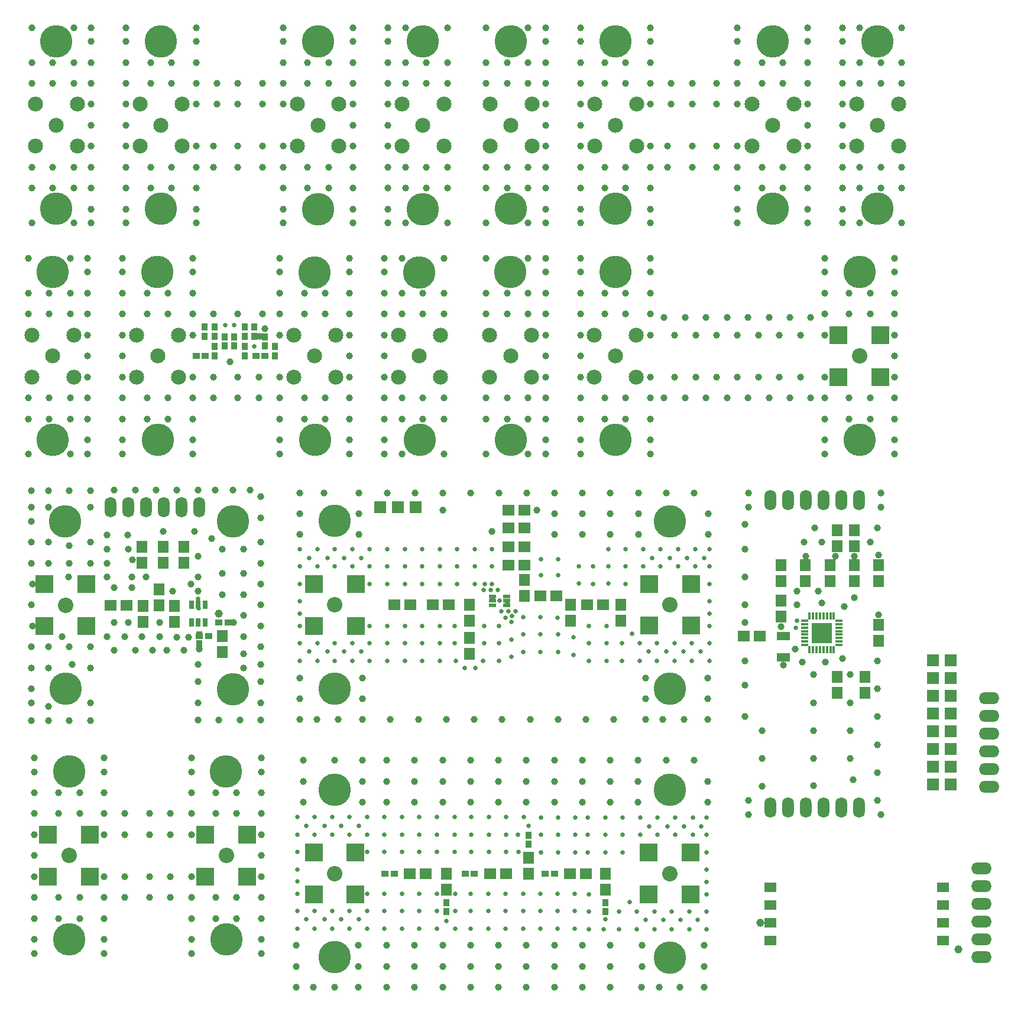
<source format=gbr>
G04 DesignSpark PCB Gerber Version 9.0 Build 5115 *
G04 #@! TF.Part,Single*
G04 #@! TF.FileFunction,Soldermask,Top *
G04 #@! TF.FilePolarity,Negative *
%FSLAX35Y35*%
%MOIN*%
G04 #@! TA.AperFunction,ComponentPad*
%ADD94O,0.06600X0.11600*%
G04 #@! TA.AperFunction,SMDPad,CuDef*
%ADD98R,0.01781X0.03946*%
%ADD96R,0.02765X0.04734*%
%ADD90R,0.03400X0.04100*%
%ADD92R,0.06100X0.06600*%
G04 #@! TA.AperFunction,ComponentPad*
%ADD101R,0.06600X0.06600*%
G04 #@! TA.AperFunction,SMDPad,CuDef*
%ADD99R,0.11624X0.11624*%
G04 #@! TA.AperFunction,ViaPad*
%ADD84C,0.02569*%
%ADD83C,0.03946*%
%ADD85C,0.04600*%
G04 #@! TA.AperFunction,ComponentPad*
%ADD103O,0.11600X0.06600*%
G04 #@! TA.AperFunction,SMDPad,CuDef*
%ADD97R,0.03946X0.01781*%
%ADD100R,0.04340X0.02175*%
%ADD91R,0.04100X0.03400*%
%ADD95R,0.07687X0.05128*%
%ADD102R,0.06506X0.05718*%
%ADD93R,0.06600X0.06100*%
G04 #@! TA.AperFunction,ComponentPad*
%ADD89C,0.08474*%
G04 #@! TA.AperFunction,SMDPad,CuDef*
%ADD86C,0.08671*%
%ADD87R,0.10443X0.10443*%
G04 #@! TA.AperFunction,ComponentPad*
%ADD88C,0.18317*%
X0Y0D02*
D02*
D83*
X13906Y307480D03*
Y327165D03*
Y338976D03*
Y386220D03*
Y398031D03*
Y417717D03*
X15402Y156850D03*
Y167087D03*
Y174961D03*
Y186772D03*
Y198583D03*
Y222205D03*
Y245827D03*
Y257638D03*
Y269449D03*
Y277323D03*
Y286772D03*
X15874Y437598D03*
Y457283D03*
Y469094D03*
Y516339D03*
Y528150D03*
Y547835D03*
X16189Y210394D03*
Y234016D03*
X17173Y25787D03*
Y33661D03*
Y45472D03*
Y57283D03*
Y69094D03*
Y80906D03*
Y92717D03*
Y104528D03*
Y116339D03*
Y128150D03*
Y136024D03*
X22882Y210000D03*
X23276Y234409D03*
X24417Y70551D03*
Y94173D03*
X25244Y156850D03*
Y165118D03*
Y186772D03*
Y198583D03*
Y245827D03*
Y257638D03*
Y277323D03*
Y286772D03*
X25717Y327165D03*
Y338976D03*
Y386220D03*
Y398031D03*
X27685Y457283D03*
Y469094D03*
Y516339D03*
Y528150D03*
X30953Y45472D03*
Y57283D03*
Y104528D03*
Y116339D03*
X32724Y204488D03*
X36661Y237953D03*
X37055Y156850D03*
Y198583D03*
Y245827D03*
Y255669D03*
Y286772D03*
X37528Y307480D03*
Y327165D03*
Y338976D03*
Y386220D03*
Y398031D03*
Y417717D03*
X38630Y188740D03*
X39496Y437598D03*
Y457283D03*
Y469094D03*
Y516339D03*
Y528150D03*
Y547835D03*
X42764Y45472D03*
Y57283D03*
Y104528D03*
Y116339D03*
X46504Y234016D03*
X46898Y210394D03*
X47370Y307480D03*
Y315354D03*
Y327165D03*
Y338976D03*
Y350787D03*
Y362598D03*
Y374409D03*
Y386220D03*
Y398031D03*
Y409843D03*
Y417717D03*
X48039Y70551D03*
Y94173D03*
X48866Y156850D03*
Y167087D03*
Y186772D03*
Y198583D03*
Y245827D03*
Y257638D03*
Y277323D03*
Y286772D03*
X49339Y437598D03*
Y445472D03*
Y457283D03*
Y469094D03*
Y480906D03*
Y492717D03*
Y504528D03*
Y516339D03*
Y528150D03*
Y539961D03*
Y547835D03*
X56543Y25787D03*
Y33661D03*
Y45472D03*
Y57283D03*
Y69094D03*
Y92717D03*
Y104528D03*
Y116339D03*
Y128150D03*
Y136024D03*
X58315Y204488D03*
Y237953D03*
Y245827D03*
Y253701D03*
Y261575D03*
X62252Y196614D03*
Y212362D03*
Y232047D03*
Y287165D03*
X67055Y307480D03*
Y315354D03*
Y327165D03*
Y338976D03*
Y350787D03*
Y362598D03*
Y374409D03*
Y386220D03*
Y398031D03*
Y409843D03*
Y417717D03*
X68157Y204488D03*
X68354Y57283D03*
Y69094D03*
Y92717D03*
Y104528D03*
X69024Y437598D03*
Y445472D03*
Y457283D03*
Y469094D03*
Y480906D03*
Y492717D03*
Y504528D03*
Y516339D03*
Y528150D03*
Y539961D03*
Y547835D03*
X69732Y261575D03*
X70126Y212362D03*
Y253701D03*
X72094Y232047D03*
Y237953D03*
X72488Y247795D03*
X74063Y196614D03*
Y287165D03*
X78000Y204488D03*
Y212362D03*
X80362Y237953D03*
X80835Y327165D03*
Y338976D03*
Y386220D03*
Y398031D03*
X82134Y57283D03*
Y69094D03*
Y92717D03*
Y104528D03*
X82803Y457283D03*
Y469094D03*
Y516339D03*
Y528150D03*
X83906Y196614D03*
X85874Y287165D03*
X87843Y204488D03*
Y212362D03*
Y232047D03*
X89811Y263543D03*
X91780Y196614D03*
X92646Y327165D03*
Y338976D03*
Y386220D03*
Y398031D03*
X93945Y57283D03*
Y69094D03*
Y92717D03*
Y104528D03*
X94614Y457283D03*
Y469094D03*
Y516339D03*
Y528150D03*
X95323Y230079D03*
X97685Y204094D03*
Y287165D03*
X101622Y196614D03*
X104378Y204094D03*
X105559Y234016D03*
X105756Y25787D03*
Y33661D03*
Y45472D03*
Y57283D03*
Y69094D03*
Y92717D03*
Y104528D03*
Y116339D03*
Y128150D03*
Y136024D03*
X106425Y307480D03*
Y315354D03*
Y327165D03*
Y338976D03*
Y350787D03*
Y374409D03*
Y386220D03*
Y398031D03*
Y409843D03*
Y417717D03*
X107528Y263543D03*
X108394Y437598D03*
Y445472D03*
Y457283D03*
Y469094D03*
Y480906D03*
Y504528D03*
Y516339D03*
Y528150D03*
Y539961D03*
Y547835D03*
X109496Y157244D03*
Y167087D03*
Y178898D03*
Y188740D03*
Y230079D03*
Y237953D03*
Y249764D03*
Y287165D03*
X110087Y197244D03*
X113709Y69094D03*
X114496Y92717D03*
X117370Y259606D03*
X118236Y338976D03*
Y350787D03*
Y386220D03*
Y469094D03*
Y480906D03*
X119339Y287165D03*
X119535Y45472D03*
Y57283D03*
Y104528D03*
Y116339D03*
X120205Y504528D03*
Y516339D03*
X121307Y157244D03*
X123079Y195433D03*
X123276Y228110D03*
Y239921D03*
Y253701D03*
X127685Y359449D03*
X129181Y287165D03*
X129654Y212272D03*
X131346Y45472D03*
Y57283D03*
Y104528D03*
Y116339D03*
X132016Y338976D03*
Y350787D03*
Y386220D03*
Y469094D03*
Y480906D03*
Y504528D03*
Y516339D03*
X133118Y157244D03*
X135087Y186772D03*
Y194646D03*
Y204488D03*
Y216299D03*
Y228110D03*
Y239921D03*
Y253701D03*
X137331Y69094D03*
Y92717D03*
X139024Y287165D03*
X143827Y338976D03*
Y350787D03*
X144220Y373819D03*
X144929Y157244D03*
Y167087D03*
Y178898D03*
Y188740D03*
Y198583D03*
Y210394D03*
Y222205D03*
Y234016D03*
Y245827D03*
Y257638D03*
Y271417D03*
Y283228D03*
X145126Y25787D03*
Y33661D03*
Y45472D03*
Y57283D03*
Y69094D03*
Y80906D03*
Y92717D03*
Y104528D03*
Y116339D03*
Y128150D03*
Y136024D03*
X145795Y386220D03*
Y469094D03*
Y480906D03*
Y504528D03*
Y516339D03*
X147370Y377953D03*
X155638Y307480D03*
Y315354D03*
Y327165D03*
Y338976D03*
Y350787D03*
Y374409D03*
Y386220D03*
Y398031D03*
Y409843D03*
Y417717D03*
X157606Y437598D03*
Y445472D03*
Y457283D03*
Y469094D03*
Y480906D03*
Y504528D03*
Y516339D03*
Y528150D03*
Y539961D03*
Y547835D03*
X164929Y6614D03*
Y18425D03*
Y30236D03*
X167016Y157520D03*
Y169331D03*
Y181142D03*
Y261850D03*
Y273661D03*
Y285472D03*
X168866Y110945D03*
Y122756D03*
Y134567D03*
X169417Y327165D03*
Y338976D03*
Y386220D03*
Y398031D03*
X171386Y457283D03*
Y469094D03*
Y516339D03*
Y528150D03*
X174614Y6614D03*
X174732Y210630D03*
Y234252D03*
X174969Y58819D03*
Y82441D03*
X176701Y157520D03*
X180638Y285472D03*
X181228Y327165D03*
Y338976D03*
Y386220D03*
Y398031D03*
X183197Y457283D03*
Y469094D03*
Y516339D03*
Y528150D03*
X186425Y6614D03*
Y134567D03*
X188512Y157520D03*
X195008Y307480D03*
Y315354D03*
Y327165D03*
Y338976D03*
Y350787D03*
Y362598D03*
Y374409D03*
Y386220D03*
Y398031D03*
Y409843D03*
Y417717D03*
X196976Y437598D03*
Y445472D03*
Y457283D03*
Y469094D03*
Y480906D03*
Y492717D03*
Y504528D03*
Y516339D03*
Y528150D03*
Y539961D03*
Y547835D03*
X198354Y234252D03*
X198591Y58819D03*
Y82835D03*
X198748Y210630D03*
X200047Y6614D03*
Y18425D03*
Y30236D03*
X200323Y261850D03*
Y273661D03*
Y285472D03*
X202134Y157520D03*
Y169331D03*
Y181142D03*
X202173Y110945D03*
Y122756D03*
Y134567D03*
X214693Y307480D03*
Y315354D03*
Y327165D03*
Y338976D03*
Y350787D03*
Y362598D03*
Y374409D03*
Y386220D03*
Y398031D03*
Y409843D03*
Y417717D03*
X215953Y6614D03*
Y18425D03*
Y30236D03*
Y110945D03*
Y122756D03*
Y134567D03*
X216071Y285472D03*
X216661Y437598D03*
Y445472D03*
Y457283D03*
Y469094D03*
Y480906D03*
Y492717D03*
Y504528D03*
Y516339D03*
Y528150D03*
Y539961D03*
Y547835D03*
X218039Y157520D03*
X224535Y307480D03*
Y327165D03*
Y338976D03*
Y386220D03*
Y398031D03*
Y417717D03*
X226504Y437598D03*
Y457283D03*
Y469094D03*
Y516339D03*
Y528150D03*
Y547835D03*
X231701Y6614D03*
Y18425D03*
Y30236D03*
Y110945D03*
Y122756D03*
Y134567D03*
X231819Y285472D03*
X233787Y157520D03*
X236346Y327165D03*
Y338976D03*
Y386220D03*
Y398031D03*
X238315Y457283D03*
Y469094D03*
Y516339D03*
Y528150D03*
X247449Y6614D03*
Y18425D03*
Y30236D03*
Y110945D03*
Y122756D03*
Y134567D03*
X247567Y275630D03*
Y285472D03*
X248157Y307480D03*
Y327165D03*
Y338976D03*
Y386220D03*
Y398031D03*
Y417717D03*
X249535Y157520D03*
X250126Y437598D03*
Y457283D03*
Y469094D03*
Y516339D03*
Y528150D03*
Y547835D03*
X262921Y194882D03*
X263197Y6614D03*
Y18425D03*
Y30236D03*
Y110945D03*
Y122756D03*
Y134567D03*
X263315Y285472D03*
X265283Y157520D03*
X271976Y307480D03*
Y327165D03*
Y338976D03*
Y386220D03*
Y398031D03*
Y417717D03*
Y437598D03*
Y457283D03*
Y469094D03*
Y516339D03*
Y528150D03*
Y547835D03*
X275126Y263819D03*
X278945Y6614D03*
Y18425D03*
Y30236D03*
Y110945D03*
Y122756D03*
Y134567D03*
X279063Y285472D03*
X281031Y157520D03*
X283787Y327165D03*
Y338976D03*
Y386220D03*
Y398031D03*
Y457283D03*
Y469094D03*
Y516339D03*
Y528150D03*
X284575Y244488D03*
Y255118D03*
X293630Y275984D03*
X294693Y6614D03*
Y18425D03*
Y30236D03*
Y110945D03*
Y122756D03*
Y134567D03*
X294811Y285472D03*
X295598Y307480D03*
Y327165D03*
Y338976D03*
Y386220D03*
Y398031D03*
Y417717D03*
Y437598D03*
Y457283D03*
Y469094D03*
Y516339D03*
Y528150D03*
Y547835D03*
X296780Y157520D03*
X300717Y275630D03*
X305441Y307480D03*
Y315354D03*
Y327165D03*
Y338976D03*
Y350787D03*
Y362598D03*
Y374409D03*
Y386220D03*
Y398031D03*
Y409843D03*
Y417717D03*
Y437598D03*
Y445472D03*
Y457283D03*
Y469094D03*
Y480906D03*
Y492717D03*
Y504528D03*
Y516339D03*
Y528150D03*
Y539961D03*
Y547835D03*
X310441Y6614D03*
Y18425D03*
Y30236D03*
Y110945D03*
Y122756D03*
Y134567D03*
X310559Y261850D03*
Y273661D03*
Y285472D03*
X312528Y157520D03*
X320008Y213386D03*
X325126Y307480D03*
Y315354D03*
Y327165D03*
Y338976D03*
Y350787D03*
Y362598D03*
Y374409D03*
Y386220D03*
Y398031D03*
Y409843D03*
Y417717D03*
Y437598D03*
Y445472D03*
Y457283D03*
Y469094D03*
Y480906D03*
Y492717D03*
Y504528D03*
Y516339D03*
Y528150D03*
Y539961D03*
Y547835D03*
X326189Y6614D03*
Y18425D03*
Y30236D03*
Y110945D03*
Y122756D03*
Y134567D03*
X326307Y261850D03*
Y273661D03*
Y285472D03*
X328276Y157520D03*
X338906Y327165D03*
Y338976D03*
Y386220D03*
Y398031D03*
Y457283D03*
Y469094D03*
Y516339D03*
Y528150D03*
X341937Y6614D03*
Y18425D03*
Y30236D03*
Y110945D03*
Y122756D03*
Y134567D03*
X342055Y261850D03*
Y273661D03*
Y285472D03*
X344024Y157520D03*
X347961Y212992D03*
X350717Y327165D03*
Y338976D03*
Y386220D03*
Y398031D03*
Y457283D03*
Y469094D03*
Y516339D03*
Y528150D03*
X357685Y110945D03*
Y122756D03*
Y134567D03*
X357803Y261850D03*
Y273661D03*
Y285472D03*
X359654Y6614D03*
X359811Y18425D03*
Y30236D03*
X361740Y157520D03*
X361898Y169331D03*
Y181142D03*
X363709Y234252D03*
X363945Y58425D03*
Y82835D03*
X364102Y210630D03*
X364496Y307480D03*
Y315354D03*
Y327165D03*
Y338976D03*
Y350787D03*
Y374409D03*
Y386220D03*
Y398031D03*
Y409843D03*
Y417717D03*
Y437598D03*
Y445472D03*
Y457283D03*
Y469094D03*
Y480906D03*
Y504528D03*
Y516339D03*
Y528150D03*
Y539961D03*
Y547835D03*
X369496Y6614D03*
X371583Y157520D03*
X372370Y338976D03*
Y384252D03*
X373433Y134567D03*
X373551Y285472D03*
X374339Y469094D03*
Y480906D03*
X376307Y504528D03*
Y516339D03*
X378276Y350787D03*
Y374409D03*
X381307Y6614D03*
X383394Y157520D03*
X384181Y338976D03*
Y384252D03*
X387173Y58819D03*
Y82835D03*
X387331Y210630D03*
X387724Y234646D03*
X388118Y469094D03*
Y480906D03*
Y504528D03*
Y516339D03*
X389181Y134567D03*
X389299Y285472D03*
X390087Y350787D03*
Y374409D03*
X394929Y6614D03*
Y18425D03*
Y30236D03*
X395992Y338976D03*
Y384252D03*
X397016Y157520D03*
Y169331D03*
Y181142D03*
X397055Y110945D03*
Y122756D03*
X397173Y261850D03*
Y273661D03*
X401898Y350787D03*
Y374409D03*
Y469094D03*
Y480906D03*
Y504528D03*
Y516339D03*
X407803Y338976D03*
Y384252D03*
X413709Y350787D03*
Y374409D03*
Y437598D03*
Y445472D03*
Y457283D03*
Y469094D03*
Y480906D03*
Y504528D03*
Y516339D03*
Y528150D03*
Y539961D03*
Y547835D03*
X417843Y159252D03*
Y176969D03*
Y190748D03*
Y212402D03*
Y222244D03*
Y237992D03*
Y253740D03*
Y267520D03*
X419614Y338976D03*
Y384252D03*
X419811Y104134D03*
Y112008D03*
Y277362D03*
Y285236D03*
X425520Y350787D03*
Y374409D03*
X427488Y457283D03*
Y469094D03*
Y516339D03*
Y528150D03*
X427685Y119882D03*
Y135630D03*
Y151378D03*
X431425Y338976D03*
Y384252D03*
X437331Y350787D03*
Y374409D03*
X438315Y210039D03*
X439299Y457283D03*
Y469094D03*
Y516339D03*
Y528150D03*
X439496Y188386D03*
X443236Y338976D03*
Y384252D03*
X446189Y197441D03*
X447370Y222244D03*
Y230118D03*
X449142Y350787D03*
Y374409D03*
X450126Y189961D03*
X451307Y257677D03*
X452094Y249803D03*
X453079Y437598D03*
Y445472D03*
Y457283D03*
Y469094D03*
Y480906D03*
Y492717D03*
Y504528D03*
Y516339D03*
Y528150D03*
Y539961D03*
Y547835D03*
X455047Y338976D03*
Y384252D03*
X456425Y120276D03*
Y135630D03*
Y151378D03*
Y167126D03*
Y182874D03*
X457213Y265551D03*
X459181Y230118D03*
X461150Y223425D03*
Y257677D03*
X462921Y307480D03*
Y315354D03*
Y327165D03*
Y338976D03*
Y350787D03*
Y374409D03*
Y386220D03*
Y398031D03*
Y409843D03*
Y417717D03*
X463118Y189961D03*
X469024Y249803D03*
X470598Y350787D03*
Y374409D03*
X472764Y437598D03*
Y445472D03*
Y457283D03*
Y469094D03*
Y480906D03*
Y492717D03*
Y504528D03*
Y516339D03*
Y528150D03*
Y539961D03*
Y547835D03*
X472961Y191929D03*
X473748Y221260D03*
X476701Y327165D03*
Y338976D03*
Y386220D03*
Y398031D03*
X477291Y135630D03*
Y151378D03*
Y167126D03*
Y182874D03*
X478866Y123819D03*
X479575Y249803D03*
X479654Y226378D03*
X482606Y437598D03*
Y457283D03*
Y469094D03*
Y516339D03*
Y528150D03*
Y547835D03*
X488512Y327165D03*
Y338976D03*
Y386220D03*
Y398031D03*
X488709Y257677D03*
X492646Y112008D03*
Y127756D03*
Y143504D03*
Y159252D03*
Y175000D03*
Y190748D03*
Y265551D03*
X493354Y216732D03*
Y250197D03*
X494220Y374409D03*
X494417Y350984D03*
Y457283D03*
Y469094D03*
Y516339D03*
Y528150D03*
X494614Y104134D03*
Y277362D03*
Y285236D03*
X502291Y307480D03*
Y315354D03*
Y327165D03*
Y338976D03*
Y350787D03*
Y362598D03*
Y374409D03*
Y386220D03*
Y398031D03*
Y409843D03*
Y417717D03*
X506228Y437598D03*
Y457283D03*
Y469094D03*
Y516339D03*
Y528150D03*
Y547835D03*
D02*
D84*
X109575Y225748D03*
X109890Y220236D03*
X113118Y373425D03*
X124929Y380118D03*
X130047D03*
X141071Y367913D03*
Y373425D03*
X147370D03*
X165480Y39685D03*
Y49528D03*
Y59370D03*
Y66260D03*
Y73150D03*
Y82992D03*
Y92835D03*
Y102677D03*
X167016Y190748D03*
Y200591D03*
Y210433D03*
Y217323D03*
Y224213D03*
Y234055D03*
Y243898D03*
Y253740D03*
X170717Y44843D03*
Y97638D03*
X172252Y195906D03*
Y248701D03*
X175323Y39685D03*
Y49528D03*
Y92835D03*
Y102677D03*
X176858Y190748D03*
Y200591D03*
Y243898D03*
Y253740D03*
X180874Y44843D03*
Y97638D03*
X182409Y195906D03*
Y248701D03*
X185165Y39685D03*
Y49528D03*
Y92835D03*
Y102677D03*
X186701Y190748D03*
Y200591D03*
Y243898D03*
Y253740D03*
X190362Y44843D03*
Y97638D03*
X191898Y195906D03*
Y248701D03*
X195008Y39685D03*
Y49528D03*
Y92835D03*
Y102677D03*
X196543Y190748D03*
Y200591D03*
Y243898D03*
Y253740D03*
X200165Y44843D03*
Y97638D03*
X201701Y195906D03*
Y248701D03*
X204850Y39685D03*
Y49528D03*
Y59370D03*
Y82992D03*
Y92835D03*
Y102677D03*
X206386Y190748D03*
Y200591D03*
Y210433D03*
Y234055D03*
Y243898D03*
Y253740D03*
X214693Y39685D03*
Y49528D03*
Y59370D03*
Y82992D03*
Y92835D03*
Y102677D03*
X216228Y190748D03*
Y200591D03*
Y210433D03*
Y234055D03*
Y243898D03*
Y253740D03*
X224535Y39685D03*
Y49528D03*
Y59370D03*
Y82992D03*
Y92835D03*
Y102677D03*
X226071Y190748D03*
Y200591D03*
Y210433D03*
Y234055D03*
Y243898D03*
Y253740D03*
X234378Y39685D03*
Y49528D03*
Y59370D03*
Y82992D03*
Y92835D03*
Y102677D03*
X235913Y190748D03*
Y200591D03*
Y210433D03*
Y234055D03*
Y243898D03*
Y253740D03*
X244220Y39685D03*
Y49528D03*
Y59370D03*
Y82992D03*
Y92835D03*
Y102677D03*
X245756Y190748D03*
Y200591D03*
Y210433D03*
Y234055D03*
Y243898D03*
Y253740D03*
X249614Y44173D03*
Y49370D03*
X254063Y82992D03*
Y92835D03*
Y102677D03*
X254378Y200591D03*
Y210433D03*
X254614Y39685D03*
Y49528D03*
Y59370D03*
X254811Y190748D03*
X255598Y234055D03*
Y243898D03*
Y253740D03*
X259811Y186654D03*
X263236Y39685D03*
Y49528D03*
Y59370D03*
X263669Y82992D03*
Y92835D03*
Y102677D03*
X265441Y234055D03*
Y243898D03*
Y253740D03*
X265953Y186654D03*
X270323Y190748D03*
X270638Y230512D03*
X270756Y200591D03*
Y210433D03*
X271346Y234055D03*
X273079Y39685D03*
Y49528D03*
Y59370D03*
X273512Y82992D03*
Y92835D03*
Y102677D03*
X274575Y230512D03*
X275283Y234055D03*
Y243898D03*
Y253740D03*
X275520Y225984D03*
X278512Y230551D03*
X279378Y190748D03*
Y200591D03*
Y210433D03*
X279535Y224606D03*
X280559Y218701D03*
X282803Y215000D03*
X282921Y39685D03*
Y49528D03*
Y59370D03*
X283354Y82992D03*
Y92835D03*
Y102677D03*
X283787Y223228D03*
X284496Y218701D03*
X286307Y192992D03*
Y202835D03*
Y212677D03*
X286583Y216142D03*
X288433Y218740D03*
X289969Y92835D03*
X290165Y82992D03*
X292764Y39685D03*
Y49528D03*
Y59370D03*
X292843Y195709D03*
Y205551D03*
Y215394D03*
X293197Y102677D03*
X295913Y92677D03*
Y97520D03*
X302606Y39685D03*
Y49528D03*
Y59370D03*
X302685Y195709D03*
Y205551D03*
Y215394D03*
X302764Y239016D03*
Y248071D03*
X302843Y82795D03*
Y92638D03*
Y102480D03*
X312094Y214843D03*
X312213Y39685D03*
Y49528D03*
Y59370D03*
X312449Y82795D03*
Y92638D03*
Y102480D03*
X312528Y195709D03*
Y205551D03*
X312606Y239016D03*
Y248071D03*
X321189Y194134D03*
Y203976D03*
X322055Y39685D03*
Y49528D03*
Y59370D03*
X322291Y82795D03*
Y92638D03*
Y102480D03*
X324339Y234488D03*
Y243937D03*
X329339Y82795D03*
Y92638D03*
Y102480D03*
X329929Y39488D03*
Y49331D03*
Y59173D03*
X329969Y190787D03*
Y200630D03*
Y210472D03*
X332213Y234094D03*
Y243937D03*
X338236Y39488D03*
X339102Y44882D03*
Y48976D03*
X339181Y82795D03*
Y92638D03*
Y102480D03*
X339811Y190787D03*
Y200630D03*
Y210472D03*
X340756Y234291D03*
Y243937D03*
Y253780D03*
X347055Y39488D03*
Y49331D03*
X348630Y190787D03*
Y200630D03*
X349024Y82795D03*
Y92638D03*
Y102480D03*
X350598Y234094D03*
Y243937D03*
Y253780D03*
X352724Y54724D03*
X354299Y206024D03*
X356898Y39488D03*
Y49331D03*
X358472Y190787D03*
Y200630D03*
X358866Y92638D03*
Y102480D03*
X360441Y243937D03*
Y253780D03*
X361858Y44724D03*
X363433Y196024D03*
X363906Y97402D03*
X365480Y248701D03*
X366740Y39488D03*
Y49331D03*
X368315Y190787D03*
Y200630D03*
X368709Y92638D03*
Y102480D03*
X370283Y243937D03*
Y253780D03*
X372016Y44724D03*
X373591Y196024D03*
X374063Y97402D03*
X375638Y248701D03*
X376583Y39488D03*
Y49331D03*
X378157Y190787D03*
Y200630D03*
X378551Y92638D03*
Y102480D03*
X380126Y243937D03*
Y253780D03*
X381504Y44724D03*
X383079Y196024D03*
X383551Y97402D03*
X385126Y248701D03*
X386425Y39488D03*
Y49331D03*
X388000Y190787D03*
Y200630D03*
X388394Y92638D03*
Y102480D03*
X389969Y243937D03*
Y253780D03*
X391307Y44724D03*
X392882Y196024D03*
X393354Y97402D03*
X394929Y248701D03*
X396268Y39488D03*
Y49331D03*
Y59173D03*
Y66063D03*
Y72953D03*
Y82795D03*
Y92638D03*
Y102480D03*
X397843Y190787D03*
Y200630D03*
Y210472D03*
Y217362D03*
Y224252D03*
Y234094D03*
Y243937D03*
Y253780D03*
X417252Y204331D03*
X446583Y209252D03*
X447370Y213386D03*
X457213Y202559D03*
Y210433D03*
X461150Y206496D03*
X465087Y202559D03*
Y210433D03*
D02*
D85*
X101622Y245972D03*
D03*
X121316Y217323D03*
X426504Y43031D03*
X432311Y33031D03*
Y43031D03*
Y53031D03*
Y63031D03*
X493433Y201772D03*
X529260Y33071D03*
X529555Y43031D03*
Y53031D03*
Y63031D03*
X538315Y27953D03*
D02*
D86*
X34772Y222126D03*
X36858Y80906D03*
X125441D03*
X186543Y70787D03*
X186701Y222244D03*
X375520Y70787D03*
X375598Y222323D03*
X482528Y362598D03*
D02*
D87*
X22961Y210315D03*
Y233937D03*
X25047Y69094D03*
Y92717D03*
X46583Y210315D03*
Y233937D03*
X48669Y69094D03*
Y92717D03*
X113630Y69094D03*
Y92717D03*
X137252Y69094D03*
Y92717D03*
X174732Y58976D03*
Y82598D03*
X174890Y210433D03*
Y234055D03*
X198354Y58976D03*
Y82598D03*
X198512Y210433D03*
Y234055D03*
X363709Y58976D03*
Y82598D03*
X363787Y210512D03*
Y234134D03*
X387331Y58976D03*
Y82598D03*
X387409Y210512D03*
Y234134D03*
X470717Y350787D03*
Y374409D03*
X494339Y350787D03*
Y374409D03*
D02*
D88*
X27606Y409921D03*
X27685Y315433D03*
X29575Y540039D03*
X29654Y445551D03*
X34693Y269449D03*
X34772Y174961D03*
X36780Y128228D03*
X36858Y33740D03*
X86661Y409921D03*
X86740Y315433D03*
X88630Y540039D03*
X88709Y445551D03*
X125362Y128228D03*
X125441Y33740D03*
X129181Y269291D03*
X129260Y174803D03*
X175323Y409764D03*
X175402Y315276D03*
X177213Y539961D03*
X177291Y445472D03*
X186465Y118110D03*
X186543Y23622D03*
X186622Y269567D03*
X186701Y175079D03*
X234378Y409764D03*
X234457Y315276D03*
X236268Y539961D03*
X236346Y445472D03*
X285677Y409921D03*
X285756Y315433D03*
X285874Y540039D03*
X285953Y445551D03*
X344732Y409921D03*
X344811Y315433D03*
X344929Y540039D03*
X345008Y445551D03*
X375520Y117953D03*
X375598Y23465D03*
Y269488D03*
X375677Y175000D03*
X433512Y540039D03*
X433591Y445551D03*
X482449Y409921D03*
X482528Y315433D03*
X492567Y540039D03*
X492646Y445551D03*
D02*
D89*
X15874Y350787D03*
Y374409D03*
X17843Y480906D03*
Y504528D03*
X27685Y362598D03*
X29654Y492717D03*
X39496Y350787D03*
Y374409D03*
X41465Y480906D03*
Y504528D03*
X74929Y350787D03*
Y374409D03*
X76898Y480906D03*
Y504528D03*
X86740Y362598D03*
X88709Y492717D03*
X98551Y350787D03*
Y374409D03*
X100520Y480906D03*
Y504528D03*
X163512Y350787D03*
Y374409D03*
X165402Y480984D03*
Y504606D03*
X175323Y362598D03*
X177213Y492795D03*
X187134Y350787D03*
Y374409D03*
X189024Y480984D03*
Y504606D03*
X222567Y350787D03*
Y374409D03*
X224457Y480984D03*
Y504606D03*
X234378Y362598D03*
X236268Y492795D03*
X246189Y350787D03*
Y374409D03*
X248079Y480984D03*
Y504606D03*
X273945Y350787D03*
Y374409D03*
X274142Y480906D03*
Y504528D03*
X285756Y362598D03*
X285953Y492717D03*
X297567Y350787D03*
Y374409D03*
X297764Y480906D03*
Y504528D03*
X333000Y350787D03*
Y374409D03*
X333197Y480906D03*
Y504528D03*
X344811Y362598D03*
X345008Y492717D03*
X356622Y350787D03*
Y374409D03*
X356819Y480906D03*
Y504528D03*
X421780Y480906D03*
Y504528D03*
X433591Y492717D03*
X445402Y480906D03*
Y504528D03*
X480835Y480906D03*
Y504528D03*
X492646Y492717D03*
X504457Y480906D03*
Y504528D03*
D02*
D90*
X110087Y200206D03*
Y205306D03*
X113118Y373828D03*
Y378928D03*
X119024Y362804D03*
Y367904D03*
Y373828D03*
Y378928D03*
X124535Y368316D03*
Y373416D03*
X130047Y368316D03*
Y373416D03*
X135953Y362804D03*
Y367904D03*
Y373828D03*
Y378928D03*
X141071Y373828D03*
Y378928D03*
X147370Y368316D03*
Y373416D03*
X152882Y362804D03*
Y367904D03*
X249614Y49222D03*
Y54322D03*
X295913Y87253D03*
Y92353D03*
X339142Y49222D03*
Y54322D03*
D02*
D91*
X108600Y362598D03*
X110293Y204791D03*
X113700Y362598D03*
X115393Y204791D03*
X121316Y212272D03*
X126416D03*
X142064Y362598D03*
X147164D03*
X215056Y70787D03*
X220156D03*
X260214D03*
X265314D03*
X305371D03*
X310471D03*
D02*
D92*
X78000Y245972D03*
Y254972D03*
X78472Y212823D03*
Y221823D03*
X87528Y221878D03*
Y230878D03*
X89811Y245972D03*
Y254972D03*
X96189Y212823D03*
Y221823D03*
X101622Y245972D03*
Y254972D03*
X123079Y195567D03*
Y204567D03*
X249614Y61799D03*
Y70799D03*
X262567Y194791D03*
Y203791D03*
Y213177D03*
Y222177D03*
X293591Y227193D03*
Y236193D03*
X295913Y70776D03*
Y79776D03*
X319575Y213295D03*
Y222295D03*
X339142Y61799D03*
Y70799D03*
X347961Y213335D03*
Y222335D03*
X438236Y235539D03*
Y244539D03*
X438315Y215776D03*
Y224776D03*
X452016Y235736D03*
Y244736D03*
X465795Y235539D03*
Y244539D03*
X469732Y172547D03*
Y181547D03*
Y255224D03*
Y264224D03*
X479575Y235539D03*
Y244539D03*
Y255224D03*
Y264224D03*
X485480Y172547D03*
Y181547D03*
X493354Y202075D03*
Y211075D03*
Y235539D03*
Y244539D03*
D02*
D93*
X60193Y222047D03*
X69193D03*
X220075Y222244D03*
X228894Y70787D03*
X229075Y222244D03*
X237894Y70787D03*
X241846Y222244D03*
X250846D03*
X274248Y70787D03*
X283248D03*
X284406Y265787D03*
Y275630D03*
X284524Y244646D03*
X284563Y255000D03*
X293406Y265787D03*
Y275630D03*
X293524Y244646D03*
X293563Y255000D03*
X302516Y227205D03*
X311516D03*
X319327Y70787D03*
X328327D03*
X328933Y222283D03*
X337933D03*
X417280Y204528D03*
X426280D03*
D02*
D94*
X60283Y277323D03*
X70283D03*
X80283D03*
X90283D03*
X100283D03*
X110283D03*
X432213Y108071D03*
Y281299D03*
X442213Y108071D03*
Y281299D03*
X452213Y108071D03*
Y281299D03*
X462213Y108071D03*
Y281299D03*
X472213Y108071D03*
Y281299D03*
X482213Y108071D03*
Y281299D03*
D02*
D95*
X439496Y192717D03*
Y204528D03*
D02*
D96*
X105953Y212272D03*
Y222508D03*
X109693Y212272D03*
Y222508D03*
X113433Y212272D03*
Y222508D03*
D02*
D97*
X451504Y199606D03*
Y201575D03*
Y203543D03*
Y205512D03*
Y207480D03*
Y209449D03*
Y211417D03*
Y213386D03*
X470795Y199606D03*
Y201575D03*
Y203543D03*
Y205512D03*
Y207480D03*
Y209449D03*
Y211417D03*
Y213386D03*
D02*
D98*
X454260Y196850D03*
Y216142D03*
X456228Y196850D03*
Y216142D03*
X458197Y196850D03*
Y216142D03*
X460165Y196850D03*
Y216142D03*
X462134Y196850D03*
Y216142D03*
X464102Y196850D03*
Y216142D03*
X466071Y196850D03*
Y216142D03*
X468039Y196850D03*
Y216142D03*
D02*
D99*
X461150Y206496D03*
D02*
D100*
X275598Y222047D03*
Y224606D03*
Y227165D03*
X283472Y222047D03*
Y224606D03*
Y227165D03*
D02*
D101*
X212213Y277441D03*
X222213D03*
X232213D03*
X523748Y120866D03*
Y130866D03*
Y140866D03*
Y150866D03*
Y160866D03*
Y170866D03*
Y180866D03*
Y190866D03*
X533748Y120866D03*
Y130866D03*
Y140866D03*
Y150866D03*
Y160866D03*
Y170866D03*
Y180866D03*
Y190866D03*
D02*
D102*
X432311Y33031D03*
Y43031D03*
Y53031D03*
Y63031D03*
X529555Y33031D03*
Y43031D03*
Y53031D03*
Y63031D03*
D02*
D103*
X551307Y23622D03*
Y33622D03*
Y43622D03*
Y53622D03*
Y63622D03*
Y73622D03*
X555638Y119606D03*
Y129606D03*
Y139606D03*
Y149606D03*
Y159606D03*
Y169606D03*
X0Y0D02*
M02*

</source>
